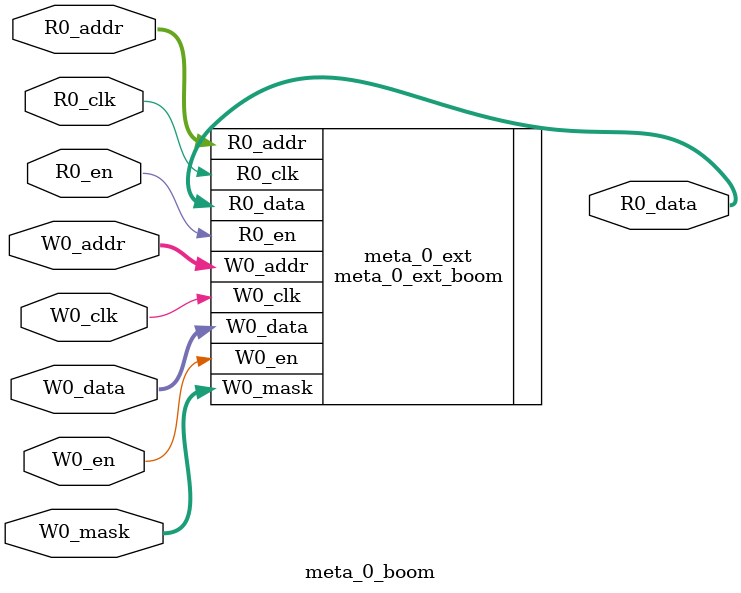
<source format=sv>
`ifndef RANDOMIZE
  `ifdef RANDOMIZE_REG_INIT
    `define RANDOMIZE
  `endif // RANDOMIZE_REG_INIT
`endif // not def RANDOMIZE
`ifndef RANDOMIZE
  `ifdef RANDOMIZE_MEM_INIT
    `define RANDOMIZE
  `endif // RANDOMIZE_MEM_INIT
`endif // not def RANDOMIZE

`ifndef RANDOM
  `define RANDOM $random
`endif // not def RANDOM

// Users can define 'PRINTF_COND' to add an extra gate to prints.
`ifndef PRINTF_COND_
  `ifdef PRINTF_COND
    `define PRINTF_COND_ (`PRINTF_COND)
  `else  // PRINTF_COND
    `define PRINTF_COND_ 1
  `endif // PRINTF_COND
`endif // not def PRINTF_COND_

// Users can define 'ASSERT_VERBOSE_COND' to add an extra gate to assert error printing.
`ifndef ASSERT_VERBOSE_COND_
  `ifdef ASSERT_VERBOSE_COND
    `define ASSERT_VERBOSE_COND_ (`ASSERT_VERBOSE_COND)
  `else  // ASSERT_VERBOSE_COND
    `define ASSERT_VERBOSE_COND_ 1
  `endif // ASSERT_VERBOSE_COND
`endif // not def ASSERT_VERBOSE_COND_

// Users can define 'STOP_COND' to add an extra gate to stop conditions.
`ifndef STOP_COND_
  `ifdef STOP_COND
    `define STOP_COND_ (`STOP_COND)
  `else  // STOP_COND
    `define STOP_COND_ 1
  `endif // STOP_COND
`endif // not def STOP_COND_

// Users can define INIT_RANDOM as general code that gets injected into the
// initializer block for modules with registers.
`ifndef INIT_RANDOM
  `define INIT_RANDOM
`endif // not def INIT_RANDOM

// If using random initialization, you can also define RANDOMIZE_DELAY to
// customize the delay used, otherwise 0.002 is used.
`ifndef RANDOMIZE_DELAY
  `define RANDOMIZE_DELAY 0.002
`endif // not def RANDOMIZE_DELAY

// Define INIT_RANDOM_PROLOG_ for use in our modules below.
`ifndef INIT_RANDOM_PROLOG_
  `ifdef RANDOMIZE
    `ifdef VERILATOR
      `define INIT_RANDOM_PROLOG_ `INIT_RANDOM
    `else  // VERILATOR
      `define INIT_RANDOM_PROLOG_ `INIT_RANDOM #`RANDOMIZE_DELAY begin end
    `endif // VERILATOR
  `else  // RANDOMIZE
    `define INIT_RANDOM_PROLOG_
  `endif // RANDOMIZE
`endif // not def INIT_RANDOM_PROLOG_

module meta_0_boom(	// @[btb.scala:65:47]
  input  [6:0]   R0_addr,
  input          R0_en,
                 R0_clk,
  input  [6:0]   W0_addr,
  input          W0_en,
                 W0_clk,
  input  [123:0] W0_data,
  input  [3:0]   W0_mask,
  output [123:0] R0_data
);

  meta_0_ext_boom meta_0_ext (	// @[btb.scala:65:47]
    .R0_addr (R0_addr),
    .R0_en   (R0_en),
    .R0_clk  (R0_clk),
    .W0_addr (W0_addr),
    .W0_en   (W0_en),
    .W0_clk  (W0_clk),
    .W0_data (W0_data),
    .W0_mask (W0_mask),
    .R0_data (R0_data)
  );
endmodule


</source>
